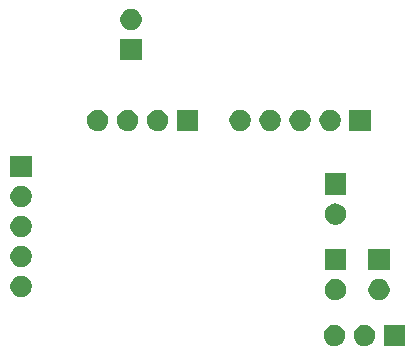
<source format=gbr>
G04 #@! TF.GenerationSoftware,KiCad,Pcbnew,(5.1.5)-3*
G04 #@! TF.CreationDate,2020-09-27T12:59:51-04:00*
G04 #@! TF.ProjectId,LED Driver STM,4c454420-4472-4697-9665-722053544d2e,rev?*
G04 #@! TF.SameCoordinates,Original*
G04 #@! TF.FileFunction,Soldermask,Bot*
G04 #@! TF.FilePolarity,Negative*
%FSLAX46Y46*%
G04 Gerber Fmt 4.6, Leading zero omitted, Abs format (unit mm)*
G04 Created by KiCad (PCBNEW (5.1.5)-3) date 2020-09-27 12:59:51*
%MOMM*%
%LPD*%
G04 APERTURE LIST*
%ADD10C,0.100000*%
G04 APERTURE END LIST*
D10*
G36*
X133601000Y-130301000D02*
G01*
X131799000Y-130301000D01*
X131799000Y-128499000D01*
X133601000Y-128499000D01*
X133601000Y-130301000D01*
G37*
G36*
X127733512Y-128503927D02*
G01*
X127882812Y-128533624D01*
X128046784Y-128601544D01*
X128194354Y-128700147D01*
X128319853Y-128825646D01*
X128418456Y-128973216D01*
X128486376Y-129137188D01*
X128521000Y-129311259D01*
X128521000Y-129488741D01*
X128486376Y-129662812D01*
X128418456Y-129826784D01*
X128319853Y-129974354D01*
X128194354Y-130099853D01*
X128046784Y-130198456D01*
X127882812Y-130266376D01*
X127733512Y-130296073D01*
X127708742Y-130301000D01*
X127531258Y-130301000D01*
X127506488Y-130296073D01*
X127357188Y-130266376D01*
X127193216Y-130198456D01*
X127045646Y-130099853D01*
X126920147Y-129974354D01*
X126821544Y-129826784D01*
X126753624Y-129662812D01*
X126719000Y-129488741D01*
X126719000Y-129311259D01*
X126753624Y-129137188D01*
X126821544Y-128973216D01*
X126920147Y-128825646D01*
X127045646Y-128700147D01*
X127193216Y-128601544D01*
X127357188Y-128533624D01*
X127506488Y-128503927D01*
X127531258Y-128499000D01*
X127708742Y-128499000D01*
X127733512Y-128503927D01*
G37*
G36*
X130273512Y-128503927D02*
G01*
X130422812Y-128533624D01*
X130586784Y-128601544D01*
X130734354Y-128700147D01*
X130859853Y-128825646D01*
X130958456Y-128973216D01*
X131026376Y-129137188D01*
X131061000Y-129311259D01*
X131061000Y-129488741D01*
X131026376Y-129662812D01*
X130958456Y-129826784D01*
X130859853Y-129974354D01*
X130734354Y-130099853D01*
X130586784Y-130198456D01*
X130422812Y-130266376D01*
X130273512Y-130296073D01*
X130248742Y-130301000D01*
X130071258Y-130301000D01*
X130046488Y-130296073D01*
X129897188Y-130266376D01*
X129733216Y-130198456D01*
X129585646Y-130099853D01*
X129460147Y-129974354D01*
X129361544Y-129826784D01*
X129293624Y-129662812D01*
X129259000Y-129488741D01*
X129259000Y-129311259D01*
X129293624Y-129137188D01*
X129361544Y-128973216D01*
X129460147Y-128825646D01*
X129585646Y-128700147D01*
X129733216Y-128601544D01*
X129897188Y-128533624D01*
X130046488Y-128503927D01*
X130071258Y-128499000D01*
X130248742Y-128499000D01*
X130273512Y-128503927D01*
G37*
G36*
X127813512Y-124643927D02*
G01*
X127962812Y-124673624D01*
X128126784Y-124741544D01*
X128274354Y-124840147D01*
X128399853Y-124965646D01*
X128498456Y-125113216D01*
X128566376Y-125277188D01*
X128601000Y-125451259D01*
X128601000Y-125628741D01*
X128566376Y-125802812D01*
X128498456Y-125966784D01*
X128399853Y-126114354D01*
X128274354Y-126239853D01*
X128126784Y-126338456D01*
X127962812Y-126406376D01*
X127813512Y-126436073D01*
X127788742Y-126441000D01*
X127611258Y-126441000D01*
X127586488Y-126436073D01*
X127437188Y-126406376D01*
X127273216Y-126338456D01*
X127125646Y-126239853D01*
X127000147Y-126114354D01*
X126901544Y-125966784D01*
X126833624Y-125802812D01*
X126799000Y-125628741D01*
X126799000Y-125451259D01*
X126833624Y-125277188D01*
X126901544Y-125113216D01*
X127000147Y-124965646D01*
X127125646Y-124840147D01*
X127273216Y-124741544D01*
X127437188Y-124673624D01*
X127586488Y-124643927D01*
X127611258Y-124639000D01*
X127788742Y-124639000D01*
X127813512Y-124643927D01*
G37*
G36*
X131513512Y-124643927D02*
G01*
X131662812Y-124673624D01*
X131826784Y-124741544D01*
X131974354Y-124840147D01*
X132099853Y-124965646D01*
X132198456Y-125113216D01*
X132266376Y-125277188D01*
X132301000Y-125451259D01*
X132301000Y-125628741D01*
X132266376Y-125802812D01*
X132198456Y-125966784D01*
X132099853Y-126114354D01*
X131974354Y-126239853D01*
X131826784Y-126338456D01*
X131662812Y-126406376D01*
X131513512Y-126436073D01*
X131488742Y-126441000D01*
X131311258Y-126441000D01*
X131286488Y-126436073D01*
X131137188Y-126406376D01*
X130973216Y-126338456D01*
X130825646Y-126239853D01*
X130700147Y-126114354D01*
X130601544Y-125966784D01*
X130533624Y-125802812D01*
X130499000Y-125628741D01*
X130499000Y-125451259D01*
X130533624Y-125277188D01*
X130601544Y-125113216D01*
X130700147Y-124965646D01*
X130825646Y-124840147D01*
X130973216Y-124741544D01*
X131137188Y-124673624D01*
X131286488Y-124643927D01*
X131311258Y-124639000D01*
X131488742Y-124639000D01*
X131513512Y-124643927D01*
G37*
G36*
X101213512Y-124363927D02*
G01*
X101362812Y-124393624D01*
X101526784Y-124461544D01*
X101674354Y-124560147D01*
X101799853Y-124685646D01*
X101898456Y-124833216D01*
X101966376Y-124997188D01*
X102001000Y-125171259D01*
X102001000Y-125348741D01*
X101966376Y-125522812D01*
X101898456Y-125686784D01*
X101799853Y-125834354D01*
X101674354Y-125959853D01*
X101526784Y-126058456D01*
X101362812Y-126126376D01*
X101213512Y-126156073D01*
X101188742Y-126161000D01*
X101011258Y-126161000D01*
X100986488Y-126156073D01*
X100837188Y-126126376D01*
X100673216Y-126058456D01*
X100525646Y-125959853D01*
X100400147Y-125834354D01*
X100301544Y-125686784D01*
X100233624Y-125522812D01*
X100199000Y-125348741D01*
X100199000Y-125171259D01*
X100233624Y-124997188D01*
X100301544Y-124833216D01*
X100400147Y-124685646D01*
X100525646Y-124560147D01*
X100673216Y-124461544D01*
X100837188Y-124393624D01*
X100986488Y-124363927D01*
X101011258Y-124359000D01*
X101188742Y-124359000D01*
X101213512Y-124363927D01*
G37*
G36*
X132301000Y-123901000D02*
G01*
X130499000Y-123901000D01*
X130499000Y-122099000D01*
X132301000Y-122099000D01*
X132301000Y-123901000D01*
G37*
G36*
X128601000Y-123901000D02*
G01*
X126799000Y-123901000D01*
X126799000Y-122099000D01*
X128601000Y-122099000D01*
X128601000Y-123901000D01*
G37*
G36*
X101213512Y-121823927D02*
G01*
X101362812Y-121853624D01*
X101526784Y-121921544D01*
X101674354Y-122020147D01*
X101799853Y-122145646D01*
X101898456Y-122293216D01*
X101966376Y-122457188D01*
X102001000Y-122631259D01*
X102001000Y-122808741D01*
X101966376Y-122982812D01*
X101898456Y-123146784D01*
X101799853Y-123294354D01*
X101674354Y-123419853D01*
X101526784Y-123518456D01*
X101362812Y-123586376D01*
X101213512Y-123616073D01*
X101188742Y-123621000D01*
X101011258Y-123621000D01*
X100986488Y-123616073D01*
X100837188Y-123586376D01*
X100673216Y-123518456D01*
X100525646Y-123419853D01*
X100400147Y-123294354D01*
X100301544Y-123146784D01*
X100233624Y-122982812D01*
X100199000Y-122808741D01*
X100199000Y-122631259D01*
X100233624Y-122457188D01*
X100301544Y-122293216D01*
X100400147Y-122145646D01*
X100525646Y-122020147D01*
X100673216Y-121921544D01*
X100837188Y-121853624D01*
X100986488Y-121823927D01*
X101011258Y-121819000D01*
X101188742Y-121819000D01*
X101213512Y-121823927D01*
G37*
G36*
X101213512Y-119283927D02*
G01*
X101362812Y-119313624D01*
X101526784Y-119381544D01*
X101674354Y-119480147D01*
X101799853Y-119605646D01*
X101898456Y-119753216D01*
X101966376Y-119917188D01*
X102001000Y-120091259D01*
X102001000Y-120268741D01*
X101966376Y-120442812D01*
X101898456Y-120606784D01*
X101799853Y-120754354D01*
X101674354Y-120879853D01*
X101526784Y-120978456D01*
X101362812Y-121046376D01*
X101213512Y-121076073D01*
X101188742Y-121081000D01*
X101011258Y-121081000D01*
X100986488Y-121076073D01*
X100837188Y-121046376D01*
X100673216Y-120978456D01*
X100525646Y-120879853D01*
X100400147Y-120754354D01*
X100301544Y-120606784D01*
X100233624Y-120442812D01*
X100199000Y-120268741D01*
X100199000Y-120091259D01*
X100233624Y-119917188D01*
X100301544Y-119753216D01*
X100400147Y-119605646D01*
X100525646Y-119480147D01*
X100673216Y-119381544D01*
X100837188Y-119313624D01*
X100986488Y-119283927D01*
X101011258Y-119279000D01*
X101188742Y-119279000D01*
X101213512Y-119283927D01*
G37*
G36*
X127813512Y-118243927D02*
G01*
X127962812Y-118273624D01*
X128126784Y-118341544D01*
X128274354Y-118440147D01*
X128399853Y-118565646D01*
X128498456Y-118713216D01*
X128566376Y-118877188D01*
X128601000Y-119051259D01*
X128601000Y-119228741D01*
X128566376Y-119402812D01*
X128498456Y-119566784D01*
X128399853Y-119714354D01*
X128274354Y-119839853D01*
X128126784Y-119938456D01*
X127962812Y-120006376D01*
X127813512Y-120036073D01*
X127788742Y-120041000D01*
X127611258Y-120041000D01*
X127586488Y-120036073D01*
X127437188Y-120006376D01*
X127273216Y-119938456D01*
X127125646Y-119839853D01*
X127000147Y-119714354D01*
X126901544Y-119566784D01*
X126833624Y-119402812D01*
X126799000Y-119228741D01*
X126799000Y-119051259D01*
X126833624Y-118877188D01*
X126901544Y-118713216D01*
X127000147Y-118565646D01*
X127125646Y-118440147D01*
X127273216Y-118341544D01*
X127437188Y-118273624D01*
X127586488Y-118243927D01*
X127611258Y-118239000D01*
X127788742Y-118239000D01*
X127813512Y-118243927D01*
G37*
G36*
X101213512Y-116743927D02*
G01*
X101362812Y-116773624D01*
X101526784Y-116841544D01*
X101674354Y-116940147D01*
X101799853Y-117065646D01*
X101898456Y-117213216D01*
X101966376Y-117377188D01*
X102001000Y-117551259D01*
X102001000Y-117728741D01*
X101966376Y-117902812D01*
X101898456Y-118066784D01*
X101799853Y-118214354D01*
X101674354Y-118339853D01*
X101526784Y-118438456D01*
X101362812Y-118506376D01*
X101213512Y-118536073D01*
X101188742Y-118541000D01*
X101011258Y-118541000D01*
X100986488Y-118536073D01*
X100837188Y-118506376D01*
X100673216Y-118438456D01*
X100525646Y-118339853D01*
X100400147Y-118214354D01*
X100301544Y-118066784D01*
X100233624Y-117902812D01*
X100199000Y-117728741D01*
X100199000Y-117551259D01*
X100233624Y-117377188D01*
X100301544Y-117213216D01*
X100400147Y-117065646D01*
X100525646Y-116940147D01*
X100673216Y-116841544D01*
X100837188Y-116773624D01*
X100986488Y-116743927D01*
X101011258Y-116739000D01*
X101188742Y-116739000D01*
X101213512Y-116743927D01*
G37*
G36*
X128601000Y-117501000D02*
G01*
X126799000Y-117501000D01*
X126799000Y-115699000D01*
X128601000Y-115699000D01*
X128601000Y-117501000D01*
G37*
G36*
X102001000Y-116001000D02*
G01*
X100199000Y-116001000D01*
X100199000Y-114199000D01*
X102001000Y-114199000D01*
X102001000Y-116001000D01*
G37*
G36*
X127373512Y-110303927D02*
G01*
X127522812Y-110333624D01*
X127686784Y-110401544D01*
X127834354Y-110500147D01*
X127959853Y-110625646D01*
X128058456Y-110773216D01*
X128126376Y-110937188D01*
X128161000Y-111111259D01*
X128161000Y-111288741D01*
X128126376Y-111462812D01*
X128058456Y-111626784D01*
X127959853Y-111774354D01*
X127834354Y-111899853D01*
X127686784Y-111998456D01*
X127522812Y-112066376D01*
X127373512Y-112096073D01*
X127348742Y-112101000D01*
X127171258Y-112101000D01*
X127146488Y-112096073D01*
X126997188Y-112066376D01*
X126833216Y-111998456D01*
X126685646Y-111899853D01*
X126560147Y-111774354D01*
X126461544Y-111626784D01*
X126393624Y-111462812D01*
X126359000Y-111288741D01*
X126359000Y-111111259D01*
X126393624Y-110937188D01*
X126461544Y-110773216D01*
X126560147Y-110625646D01*
X126685646Y-110500147D01*
X126833216Y-110401544D01*
X126997188Y-110333624D01*
X127146488Y-110303927D01*
X127171258Y-110299000D01*
X127348742Y-110299000D01*
X127373512Y-110303927D01*
G37*
G36*
X107693512Y-110303927D02*
G01*
X107842812Y-110333624D01*
X108006784Y-110401544D01*
X108154354Y-110500147D01*
X108279853Y-110625646D01*
X108378456Y-110773216D01*
X108446376Y-110937188D01*
X108481000Y-111111259D01*
X108481000Y-111288741D01*
X108446376Y-111462812D01*
X108378456Y-111626784D01*
X108279853Y-111774354D01*
X108154354Y-111899853D01*
X108006784Y-111998456D01*
X107842812Y-112066376D01*
X107693512Y-112096073D01*
X107668742Y-112101000D01*
X107491258Y-112101000D01*
X107466488Y-112096073D01*
X107317188Y-112066376D01*
X107153216Y-111998456D01*
X107005646Y-111899853D01*
X106880147Y-111774354D01*
X106781544Y-111626784D01*
X106713624Y-111462812D01*
X106679000Y-111288741D01*
X106679000Y-111111259D01*
X106713624Y-110937188D01*
X106781544Y-110773216D01*
X106880147Y-110625646D01*
X107005646Y-110500147D01*
X107153216Y-110401544D01*
X107317188Y-110333624D01*
X107466488Y-110303927D01*
X107491258Y-110299000D01*
X107668742Y-110299000D01*
X107693512Y-110303927D01*
G37*
G36*
X130701000Y-112101000D02*
G01*
X128899000Y-112101000D01*
X128899000Y-110299000D01*
X130701000Y-110299000D01*
X130701000Y-112101000D01*
G37*
G36*
X124833512Y-110303927D02*
G01*
X124982812Y-110333624D01*
X125146784Y-110401544D01*
X125294354Y-110500147D01*
X125419853Y-110625646D01*
X125518456Y-110773216D01*
X125586376Y-110937188D01*
X125621000Y-111111259D01*
X125621000Y-111288741D01*
X125586376Y-111462812D01*
X125518456Y-111626784D01*
X125419853Y-111774354D01*
X125294354Y-111899853D01*
X125146784Y-111998456D01*
X124982812Y-112066376D01*
X124833512Y-112096073D01*
X124808742Y-112101000D01*
X124631258Y-112101000D01*
X124606488Y-112096073D01*
X124457188Y-112066376D01*
X124293216Y-111998456D01*
X124145646Y-111899853D01*
X124020147Y-111774354D01*
X123921544Y-111626784D01*
X123853624Y-111462812D01*
X123819000Y-111288741D01*
X123819000Y-111111259D01*
X123853624Y-110937188D01*
X123921544Y-110773216D01*
X124020147Y-110625646D01*
X124145646Y-110500147D01*
X124293216Y-110401544D01*
X124457188Y-110333624D01*
X124606488Y-110303927D01*
X124631258Y-110299000D01*
X124808742Y-110299000D01*
X124833512Y-110303927D01*
G37*
G36*
X122293512Y-110303927D02*
G01*
X122442812Y-110333624D01*
X122606784Y-110401544D01*
X122754354Y-110500147D01*
X122879853Y-110625646D01*
X122978456Y-110773216D01*
X123046376Y-110937188D01*
X123081000Y-111111259D01*
X123081000Y-111288741D01*
X123046376Y-111462812D01*
X122978456Y-111626784D01*
X122879853Y-111774354D01*
X122754354Y-111899853D01*
X122606784Y-111998456D01*
X122442812Y-112066376D01*
X122293512Y-112096073D01*
X122268742Y-112101000D01*
X122091258Y-112101000D01*
X122066488Y-112096073D01*
X121917188Y-112066376D01*
X121753216Y-111998456D01*
X121605646Y-111899853D01*
X121480147Y-111774354D01*
X121381544Y-111626784D01*
X121313624Y-111462812D01*
X121279000Y-111288741D01*
X121279000Y-111111259D01*
X121313624Y-110937188D01*
X121381544Y-110773216D01*
X121480147Y-110625646D01*
X121605646Y-110500147D01*
X121753216Y-110401544D01*
X121917188Y-110333624D01*
X122066488Y-110303927D01*
X122091258Y-110299000D01*
X122268742Y-110299000D01*
X122293512Y-110303927D01*
G37*
G36*
X119753512Y-110303927D02*
G01*
X119902812Y-110333624D01*
X120066784Y-110401544D01*
X120214354Y-110500147D01*
X120339853Y-110625646D01*
X120438456Y-110773216D01*
X120506376Y-110937188D01*
X120541000Y-111111259D01*
X120541000Y-111288741D01*
X120506376Y-111462812D01*
X120438456Y-111626784D01*
X120339853Y-111774354D01*
X120214354Y-111899853D01*
X120066784Y-111998456D01*
X119902812Y-112066376D01*
X119753512Y-112096073D01*
X119728742Y-112101000D01*
X119551258Y-112101000D01*
X119526488Y-112096073D01*
X119377188Y-112066376D01*
X119213216Y-111998456D01*
X119065646Y-111899853D01*
X118940147Y-111774354D01*
X118841544Y-111626784D01*
X118773624Y-111462812D01*
X118739000Y-111288741D01*
X118739000Y-111111259D01*
X118773624Y-110937188D01*
X118841544Y-110773216D01*
X118940147Y-110625646D01*
X119065646Y-110500147D01*
X119213216Y-110401544D01*
X119377188Y-110333624D01*
X119526488Y-110303927D01*
X119551258Y-110299000D01*
X119728742Y-110299000D01*
X119753512Y-110303927D01*
G37*
G36*
X110233512Y-110303927D02*
G01*
X110382812Y-110333624D01*
X110546784Y-110401544D01*
X110694354Y-110500147D01*
X110819853Y-110625646D01*
X110918456Y-110773216D01*
X110986376Y-110937188D01*
X111021000Y-111111259D01*
X111021000Y-111288741D01*
X110986376Y-111462812D01*
X110918456Y-111626784D01*
X110819853Y-111774354D01*
X110694354Y-111899853D01*
X110546784Y-111998456D01*
X110382812Y-112066376D01*
X110233512Y-112096073D01*
X110208742Y-112101000D01*
X110031258Y-112101000D01*
X110006488Y-112096073D01*
X109857188Y-112066376D01*
X109693216Y-111998456D01*
X109545646Y-111899853D01*
X109420147Y-111774354D01*
X109321544Y-111626784D01*
X109253624Y-111462812D01*
X109219000Y-111288741D01*
X109219000Y-111111259D01*
X109253624Y-110937188D01*
X109321544Y-110773216D01*
X109420147Y-110625646D01*
X109545646Y-110500147D01*
X109693216Y-110401544D01*
X109857188Y-110333624D01*
X110006488Y-110303927D01*
X110031258Y-110299000D01*
X110208742Y-110299000D01*
X110233512Y-110303927D01*
G37*
G36*
X112773512Y-110303927D02*
G01*
X112922812Y-110333624D01*
X113086784Y-110401544D01*
X113234354Y-110500147D01*
X113359853Y-110625646D01*
X113458456Y-110773216D01*
X113526376Y-110937188D01*
X113561000Y-111111259D01*
X113561000Y-111288741D01*
X113526376Y-111462812D01*
X113458456Y-111626784D01*
X113359853Y-111774354D01*
X113234354Y-111899853D01*
X113086784Y-111998456D01*
X112922812Y-112066376D01*
X112773512Y-112096073D01*
X112748742Y-112101000D01*
X112571258Y-112101000D01*
X112546488Y-112096073D01*
X112397188Y-112066376D01*
X112233216Y-111998456D01*
X112085646Y-111899853D01*
X111960147Y-111774354D01*
X111861544Y-111626784D01*
X111793624Y-111462812D01*
X111759000Y-111288741D01*
X111759000Y-111111259D01*
X111793624Y-110937188D01*
X111861544Y-110773216D01*
X111960147Y-110625646D01*
X112085646Y-110500147D01*
X112233216Y-110401544D01*
X112397188Y-110333624D01*
X112546488Y-110303927D01*
X112571258Y-110299000D01*
X112748742Y-110299000D01*
X112773512Y-110303927D01*
G37*
G36*
X116101000Y-112101000D02*
G01*
X114299000Y-112101000D01*
X114299000Y-110299000D01*
X116101000Y-110299000D01*
X116101000Y-112101000D01*
G37*
G36*
X111301000Y-106101000D02*
G01*
X109499000Y-106101000D01*
X109499000Y-104299000D01*
X111301000Y-104299000D01*
X111301000Y-106101000D01*
G37*
G36*
X110513512Y-101763927D02*
G01*
X110662812Y-101793624D01*
X110826784Y-101861544D01*
X110974354Y-101960147D01*
X111099853Y-102085646D01*
X111198456Y-102233216D01*
X111266376Y-102397188D01*
X111301000Y-102571259D01*
X111301000Y-102748741D01*
X111266376Y-102922812D01*
X111198456Y-103086784D01*
X111099853Y-103234354D01*
X110974354Y-103359853D01*
X110826784Y-103458456D01*
X110662812Y-103526376D01*
X110513512Y-103556073D01*
X110488742Y-103561000D01*
X110311258Y-103561000D01*
X110286488Y-103556073D01*
X110137188Y-103526376D01*
X109973216Y-103458456D01*
X109825646Y-103359853D01*
X109700147Y-103234354D01*
X109601544Y-103086784D01*
X109533624Y-102922812D01*
X109499000Y-102748741D01*
X109499000Y-102571259D01*
X109533624Y-102397188D01*
X109601544Y-102233216D01*
X109700147Y-102085646D01*
X109825646Y-101960147D01*
X109973216Y-101861544D01*
X110137188Y-101793624D01*
X110286488Y-101763927D01*
X110311258Y-101759000D01*
X110488742Y-101759000D01*
X110513512Y-101763927D01*
G37*
M02*

</source>
